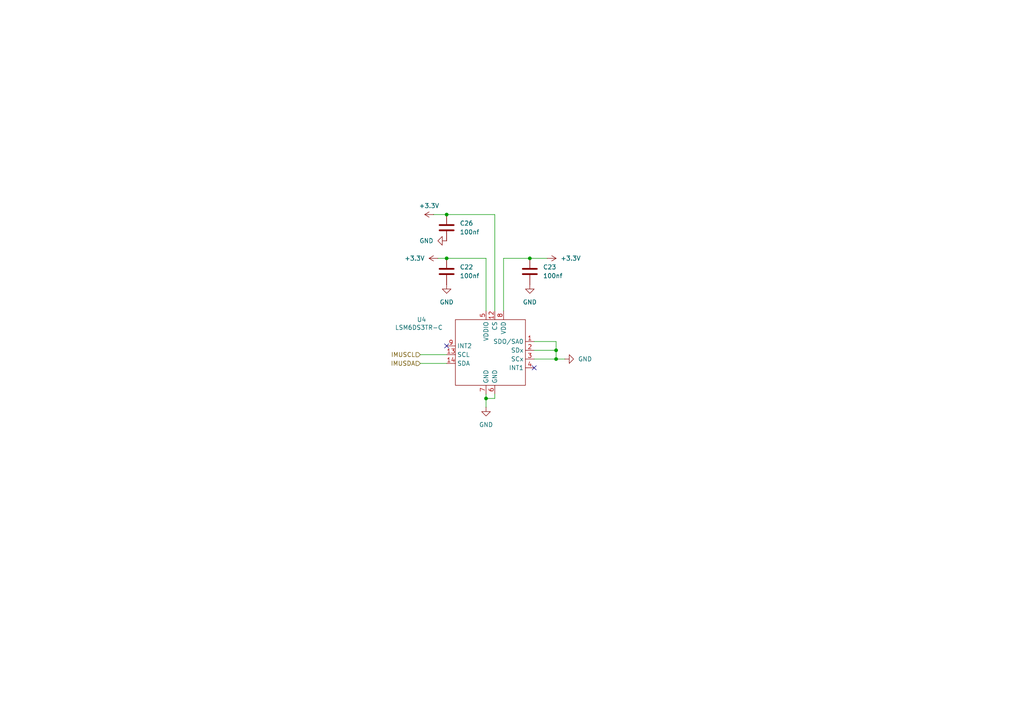
<source format=kicad_sch>
(kicad_sch (version 20250114) (generator "eeschema") (generator_version "9.0")
  (paper "A4")
  (lib_symbols
    (symbol "Device:C" (pin_numbers (hide yes)) (pin_names (offset 0.254))
      (property "Reference" "C" (at 0.635 2.54 0))
      (property "Value" "C" (at 0.635 -2.54 0))
      (symbol "C_0_1"
        (polyline (pts (xy -2.032 0.762) (xy 2.032 0.762)) (stroke (width 0.508)))
        (polyline (pts (xy -2.032 -0.762) (xy 2.032 -0.762)) (stroke (width 0.508)))
      )
      (symbol "C_1_1"
        (pin passive line (at 0 3.81 270) (length 2.794) (name "~") (number "1"))
        (pin passive line (at 0 -3.81 90) (length 2.794) (name "~") (number "2"))
      )
    )
    (symbol "Footprints:LSM6DS3TR-C"
      (property "Reference" "U4" (at -18.796 20.32 0))
      (property "Value" "LSM6DS3TR-C" (at -25.146 18.034 0))
      (symbol "LSM6DS3TR-C_0_1"
        (rectangle (start -7.62 20.32) (end 12.7 1.27))
      )
      (symbol "LSM6DS3TR-C_1_1"
        (pin input line (at -10.16 12.7 0) (length 2.54) (name "INT2") (number "9"))
        (pin input line (at -10.16 10.16 0) (length 2.54) (name "SCL") (number "13"))
        (pin input line (at -10.16 7.62 0) (length 2.54) (name "SDA") (number "14"))
        (pin input line (at -7.62 5.08 0) (length 2.54) (hide yes) (name "NC") (number "11"))
        (pin input line (at -7.62 2.54 0) (length 2.54) (hide yes) (name "NC") (number "10"))
        (pin power_in line (at 1.27 22.86 270) (length 2.54) (name "VDDIO") (number "5"))
        (pin input line (at 1.27 -1.27 90) (length 2.54) (name "GND") (number "7"))
        (pin input line (at 3.81 22.86 270) (length 2.54) (name "CS") (number "12"))
        (pin input line (at 3.81 -1.27 90) (length 2.54) (name "GND") (number "6"))
        (pin power_in line (at 6.35 22.86 270) (length 2.54) (name "VDD") (number "8"))
        (pin input line (at 15.24 13.97 180) (length 2.54) (name "SDO/SA0") (number "1"))
        (pin input line (at 15.24 11.43 180) (length 2.54) (name "SDx") (number "2"))
        (pin input line (at 15.24 8.89 180) (length 2.54) (name "SCx") (number "3"))
        (pin input line (at 15.24 6.35 180) (length 2.54) (name "INT1") (number "4"))
      )
    )
    (symbol "power:+3.3V" (power) (pin_numbers (hide yes)) (pin_names (offset 0) (hide yes))
      (property "Value" "+3.3V" (at 0 3.556 0))
      (symbol "+3.3V_0_1"
        (polyline (pts (xy -0.762 1.27) (xy 0 2.54)))
        (polyline (pts (xy 0 2.54) (xy 0.762 1.27)))
        (polyline (pts (xy 0 0) (xy 0 2.54)))
      )
      (symbol "+3.3V_1_1"
        (pin power_in line (at 0 0 90) (length 0) (name "~") (number "1"))
      )
    )
    (symbol "power:GND" (power) (pin_numbers (hide yes)) (pin_names (offset 0) (hide yes))
      (property "Value" "GND" (at 0 -3.81 0))
      (symbol "GND_0_1"
        (polyline (pts (xy 0 0) (xy 0 -1.27) (xy 1.27 -1.27) (xy 0 -2.54) (xy -1.27 -1.27) (xy 0 -1.27)))
      )
      (symbol "GND_1_1"
        (pin power_in line (at 0 0 270) (length 0) (name "~") (number "1"))
      )
    )
  )
  (junction (at 161.29 104.14))
  (junction (at 161.29 101.6))
  (junction (at 129.54 74.93))
  (junction (at 140.97 115.57))
  (junction (at 129.54 62.23))
  (junction (at 153.67 74.93))
  (no_connect (at 129.54 100.33))
  (no_connect (at 154.94 106.68))
  (wire (pts (xy 161.29 101.6) (xy 161.29 104.14)))
  (wire (pts (xy 146.05 74.93) (xy 153.67 74.93)))
  (wire (pts (xy 161.29 99.06) (xy 161.29 101.6)))
  (wire (pts (xy 163.83 104.14) (xy 161.29 104.14)))
  (wire (pts (xy 161.29 104.14) (xy 154.94 104.14)))
  (wire (pts (xy 153.67 74.93) (xy 158.75 74.93)))
  (wire (pts (xy 129.54 62.23) (xy 143.51 62.23)))
  (wire (pts (xy 154.94 99.06) (xy 161.29 99.06)))
  (wire (pts (xy 121.92 105.41) (xy 129.54 105.41)))
  (wire (pts (xy 127 74.93) (xy 129.54 74.93)))
  (wire (pts (xy 143.51 114.3) (xy 143.51 115.57)))
  (wire (pts (xy 143.51 62.23) (xy 143.51 90.17)))
  (wire (pts (xy 143.51 115.57) (xy 140.97 115.57)))
  (wire (pts (xy 140.97 118.11) (xy 140.97 115.57)))
  (wire (pts (xy 125.73 62.23) (xy 129.54 62.23)))
  (wire (pts (xy 121.92 102.87) (xy 129.54 102.87)))
  (wire (pts (xy 140.97 74.93) (xy 129.54 74.93)))
  (wire (pts (xy 140.97 115.57) (xy 140.97 114.3)))
  (wire (pts (xy 140.97 90.17) (xy 140.97 74.93)))
  (wire (pts (xy 154.94 101.6) (xy 161.29 101.6)))
  (wire (pts (xy 146.05 90.17) (xy 146.05 74.93)))
  (hierarchical_label "IMUSCL" (shape input) (at 121.92 102.87 180))
  (hierarchical_label "IMUSDA" (shape input) (at 121.92 105.41 180))
  (symbol (lib_id "power:+3.3V") (at 127 74.93 90) (unit 1)
    (property "Reference" "#PWR067" (effects (hide yes)))
    (property "Value" "+3.3V" (at 123.19 74.9299 90) (effects (justify left)))
    (property "Description" "Power symbol creates a global label with name \"+3.3V\"" (effects (hide yes)))
  )
  (symbol (lib_id "power:+3.3V") (at 158.75 74.93 270) (unit 1)
    (property "Reference" "#PWR072" (effects (hide yes)))
    (property "Value" "+3.3V" (at 162.56 74.9299 90) (effects (justify left)))
    (property "Description" "Power symbol creates a global label with name \"+3.3V\"" (effects (hide yes)))
  )
  (symbol (lib_id "power:+3.3V") (at 125.73 62.23 90) (unit 1)
    (property "Reference" "#PWR069" (effects (hide yes)))
    (property "Value" "+3.3V" (at 124.46 59.69 90))
    (property "Description" "Power symbol creates a global label with name \"+3.3V\"" (effects (hide yes)))
  )
  (symbol (lib_id "power:GND") (at 153.67 82.55 0) (unit 1)
    (property "Reference" "#PWR071" (effects (hide yes)))
    (property "Value" "GND" (at 153.67 87.63 0))
    (property "Description" "Power symbol creates a global label with name \"GND\" , ground" (effects (hide yes)))
  )
  (symbol (lib_id "power:GND") (at 129.54 82.55 0) (unit 1)
    (property "Reference" "#PWR068" (effects (hide yes)))
    (property "Value" "GND" (at 129.54 87.63 0))
    (property "Description" "Power symbol creates a global label with name \"GND\" , ground" (effects (hide yes)))
  )
  (symbol (lib_id "power:GND") (at 129.54 69.85 270) (unit 1)
    (property "Reference" "#PWR076" (effects (hide yes)))
    (property "Value" "GND" (at 125.73 69.8499 90) (effects (justify right)))
    (property "Description" "Power symbol creates a global label with name \"GND\" , ground" (effects (hide yes)))
  )
  (symbol (lib_id "Footprints:LSM6DS3TR-C") (at 139.7 113.03 0) (unit 1)
    (property "Reference" "U4" (at 120.904 92.71 0) (effects (justify left)))
    (property "Value" "LSM6DS3TR-C" (at 114.554 94.996 0) (effects (justify left)))
    (property "Footprint" "myFootprints:LGA-14-2.5X3MM" (effects (hide yes)))
    (property "LCSC Part" "C967633" (effects (hide yes)))
  )
  (symbol (lib_id "Device:C") (at 129.54 66.04 0) (unit 1)
    (property "Reference" "C26" (at 133.35 64.7699 0) (effects (justify left)))
    (property "Value" "100nf" (at 133.35 67.3099 0) (effects (justify left)))
    (property "Footprint" "Capacitor_SMD:C_0805_2012Metric_Pad1.18x1.45mm_HandSolder" (effects (hide yes)))
    (property "Description" "Unpolarized capacitor" (effects (hide yes)))
    (property "LCSC Part" "C49678" (effects (hide yes)))
  )
  (symbol (lib_id "Device:C") (at 129.54 78.74 0) (unit 1)
    (property "Reference" "C22" (at 133.35 77.4699 0) (effects (justify left)))
    (property "Value" "100nf" (at 133.35 80.0099 0) (effects (justify left)))
    (property "Footprint" "Capacitor_SMD:C_0805_2012Metric_Pad1.18x1.45mm_HandSolder" (effects (hide yes)))
    (property "Description" "Unpolarized capacitor" (effects (hide yes)))
    (property "LCSC Part" "C49678" (effects (hide yes)))
  )
  (symbol (lib_id "Device:C") (at 153.67 78.74 0) (unit 1)
    (property "Reference" "C23" (at 157.48 77.4699 0) (effects (justify left)))
    (property "Value" "100nf" (at 157.48 80.0099 0) (effects (justify left)))
    (property "Footprint" "Capacitor_SMD:C_0805_2012Metric_Pad1.18x1.45mm_HandSolder" (effects (hide yes)))
    (property "Description" "Unpolarized capacitor" (effects (hide yes)))
    (property "LCSC Part" "C49678" (effects (hide yes)))
  )
  (symbol (lib_id "power:GND") (at 163.83 104.14 90) (unit 1)
    (property "Reference" "#PWR073" (effects (hide yes)))
    (property "Value" "GND" (at 167.64 104.1399 90) (effects (justify right)))
    (property "Description" "Power symbol creates a global label with name \"GND\" , ground" (effects (hide yes)))
  )
  (symbol (lib_id "power:GND") (at 140.97 118.11 0) (unit 1)
    (property "Reference" "#PWR070" (effects (hide yes)))
    (property "Value" "GND" (at 140.97 123.19 0))
    (property "Description" "Power symbol creates a global label with name \"GND\" , ground" (effects (hide yes)))
  )
)
</source>
